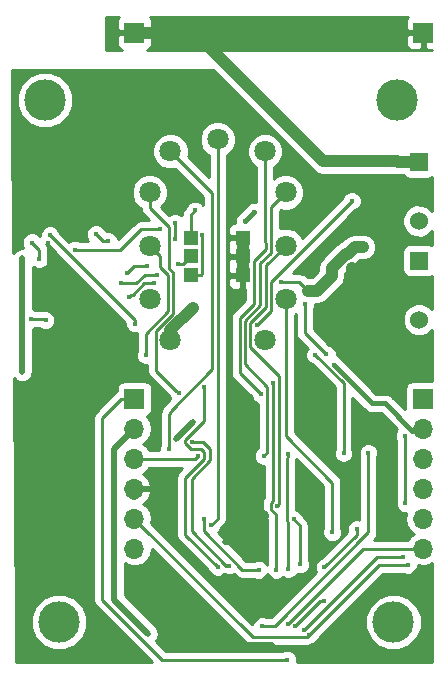
<source format=gtl>
%TF.GenerationSoftware,KiCad,Pcbnew,4.0.7*%
%TF.CreationDate,2017-11-15T23:48:28+08:00*%
%TF.ProjectId,Nixie-Tube-with-shiftR,4E697869652D547562652D776974682D,rev?*%
%TF.FileFunction,Copper,L1,Top,Signal*%
%FSLAX46Y46*%
G04 Gerber Fmt 4.6, Leading zero omitted, Abs format (unit mm)*
G04 Created by KiCad (PCBNEW 4.0.7) date 11/15/17 23:48:28*
%MOMM*%
%LPD*%
G01*
G04 APERTURE LIST*
%ADD10C,0.100000*%
%ADD11C,1.800000*%
%ADD12R,1.700000X1.700000*%
%ADD13O,1.700000X1.700000*%
%ADD14R,1.524000X1.524000*%
%ADD15C,1.524000*%
%ADD16R,1.200000X1.200000*%
%ADD17C,3.500000*%
%ADD18C,0.453000*%
%ADD19C,0.400000*%
%ADD20C,1.000000*%
%ADD21C,0.250000*%
%ADD22C,0.500000*%
%ADD23C,1.000000*%
%ADD24C,0.400000*%
%ADD25C,0.254000*%
G04 APERTURE END LIST*
D10*
D11*
X23893155Y-15535798D03*
X23893155Y-20035798D03*
X23893155Y-24535798D03*
X12393155Y-15535798D03*
X12393155Y-20035798D03*
X12393155Y-24535798D03*
X14143155Y-12035798D03*
X22143155Y-12035798D03*
X14143155Y-28035798D03*
X22143155Y-28035798D03*
X18143155Y-11035798D03*
D12*
X35500000Y-33000000D03*
D13*
X35500000Y-35540000D03*
X35500000Y-38080000D03*
X35500000Y-40620000D03*
X35500000Y-43160000D03*
X35500000Y-45700000D03*
D12*
X11100000Y-33000000D03*
D13*
X11100000Y-35540000D03*
X11100000Y-38080000D03*
X11100000Y-40620000D03*
X11100000Y-43160000D03*
X11100000Y-45700000D03*
D14*
X35150000Y-12950000D03*
D15*
X35150000Y-17950000D03*
D14*
X35200000Y-21300000D03*
D15*
X35200000Y-26300000D03*
D12*
X11100000Y-2000000D03*
X35550000Y-2000000D03*
D16*
X20250000Y-19350000D03*
X20250000Y-20950000D03*
X15850000Y-19350000D03*
X15850000Y-20950000D03*
X15850000Y-22550000D03*
X20250000Y-22550000D03*
D17*
X33030000Y-51900000D03*
X4700000Y-51900000D03*
X3500000Y-7700000D03*
X33300000Y-7700000D03*
D18*
X3785023Y-19814977D03*
X27135030Y-50135030D03*
X24725741Y-52234319D03*
X18610000Y-52930000D03*
X22780010Y-53868490D03*
X6160000Y-29300000D03*
X3090000Y-24380000D03*
D19*
X14620000Y-36420000D03*
X16059998Y-34950000D03*
X6925000Y-16700000D03*
X4625000Y-16600000D03*
X29525000Y-24975000D03*
X29500000Y-21650000D03*
X22000000Y-42950000D03*
X18750000Y-45100000D03*
D18*
X1600000Y-27656500D03*
X27350000Y-29250000D03*
X25500000Y-24950000D03*
X6073498Y-20393545D03*
X13300000Y-18650000D03*
X1590000Y-21123500D03*
X1600000Y-30740000D03*
D19*
X21254048Y-17159568D03*
X20425000Y-17988616D03*
X16223499Y-17060279D03*
X14775000Y-21575000D03*
X16850014Y-19175000D03*
X24100000Y-52050000D03*
X25916120Y-52977817D03*
X34240000Y-47050000D03*
X16470864Y-37822533D03*
D18*
X23500000Y-23100000D03*
D19*
X16083479Y-25274979D03*
D18*
X28840000Y-1975000D03*
X30110000Y-1975000D03*
X31380000Y-1975000D03*
X32650000Y-1975000D03*
X18680000Y-1975000D03*
X13600000Y-2000000D03*
X14870000Y-2000000D03*
X16200000Y-2000000D03*
D20*
X30450010Y-20149999D03*
D18*
X12728948Y-23230211D03*
X10600000Y-24400000D03*
X13000000Y-22500000D03*
X9946971Y-23223792D03*
D19*
X14550000Y-19475000D03*
D18*
X14550000Y-18150000D03*
D19*
X12125032Y-21800000D03*
D18*
X10498481Y-22360968D03*
X7850000Y-19080000D03*
X8850000Y-19680000D03*
D19*
X11150000Y-26635021D03*
X3950000Y-19150000D03*
X27850000Y-44300000D03*
X23150000Y-42100000D03*
X22050000Y-37850000D03*
X21800000Y-32600000D03*
X17599994Y-43700000D03*
X14044990Y-37294990D03*
X14850000Y-32550000D03*
X28800000Y-37600000D03*
X26400000Y-29300000D03*
X12050000Y-29300000D03*
X22843146Y-31690000D03*
X23101246Y-47470010D03*
D18*
X2425001Y-19771104D03*
X3050000Y-21150000D03*
D19*
X16950000Y-43200000D03*
X21610000Y-47470010D03*
X16001067Y-36643534D03*
X19140000Y-47120000D03*
X27180000Y-47280000D03*
X29920000Y-44050000D03*
X17000000Y-31980000D03*
X18140000Y-47230000D03*
X24567762Y-43216825D03*
X25130000Y-47030000D03*
X21911239Y-52258761D03*
X30910000Y-37590000D03*
X24075010Y-37650000D03*
X24139602Y-47415920D03*
X21455179Y-26774433D03*
X29500000Y-16250000D03*
X27971239Y-30128761D03*
X12280000Y-52890000D03*
X32350000Y-33400000D03*
X25450000Y-52600000D03*
D18*
X24026500Y-55100000D03*
D19*
X3570000Y-26360000D03*
X2361109Y-26230088D03*
X33799989Y-46430464D03*
X33970000Y-36120000D03*
X34040000Y-41860000D03*
D21*
X3090000Y-24380000D02*
X3785023Y-23684977D01*
X3785023Y-23684977D02*
X3785023Y-19814977D01*
X24725741Y-52234319D02*
X26825030Y-50135030D01*
X26825030Y-50135030D02*
X27135030Y-50135030D01*
X4625000Y-16600000D02*
X6825000Y-16600000D01*
X6825000Y-16600000D02*
X6925000Y-16700000D01*
D22*
X18610000Y-52930000D02*
X19548490Y-53868490D01*
X19548490Y-53868490D02*
X22780010Y-53868490D01*
D21*
X5510000Y-26800000D02*
X5510000Y-28650000D01*
X5510000Y-28650000D02*
X6160000Y-29300000D01*
X3090000Y-24380000D02*
X5510000Y-26800000D01*
D22*
X14620000Y-36389998D02*
X14620000Y-36420000D01*
X16059998Y-34950000D02*
X14620000Y-36389998D01*
D23*
X20250000Y-20950000D02*
X20250000Y-22550000D01*
X20250000Y-19350000D02*
X20250000Y-20950000D01*
X29525000Y-21957842D02*
X29525000Y-24975000D01*
D22*
X29500000Y-21650000D02*
X29500000Y-21932842D01*
D23*
X29500000Y-21932842D02*
X29525000Y-21957842D01*
X22000000Y-42950000D02*
X21380000Y-43570000D01*
X21380000Y-43570000D02*
X20825000Y-43570000D01*
X11100000Y-41075000D02*
X11100000Y-40630000D01*
D22*
X20095000Y-45100000D02*
X18750000Y-45100000D01*
D23*
X20825000Y-43570000D02*
X20825000Y-44370000D01*
X20825000Y-44370000D02*
X20095000Y-45100000D01*
D22*
X1600000Y-30740000D02*
X1600000Y-27656500D01*
X1600000Y-27656500D02*
X1600000Y-21133500D01*
D21*
X25500000Y-27400000D02*
X27350000Y-29250000D01*
X25500000Y-24950000D02*
X25500000Y-27400000D01*
X9906455Y-20393545D02*
X6073498Y-20393545D01*
X13300000Y-18650000D02*
X11650000Y-18650000D01*
X11650000Y-18650000D02*
X9906455Y-20393545D01*
D22*
X1600000Y-21133500D02*
X1590000Y-21123500D01*
D24*
X20425000Y-17988616D02*
X21254048Y-17159568D01*
D21*
X15850000Y-17433778D02*
X16223499Y-17060279D01*
X15850000Y-19350000D02*
X15850000Y-17433778D01*
X14775000Y-21575000D02*
X15225000Y-21575000D01*
X15225000Y-21575000D02*
X15850000Y-20950000D01*
X16850014Y-19457842D02*
X16850014Y-19175000D01*
X16850014Y-22399986D02*
X16850014Y-19457842D01*
X15850000Y-22550000D02*
X16700000Y-22550000D01*
X16700000Y-22550000D02*
X16850014Y-22399986D01*
X30450000Y-45700000D02*
X24100000Y-52050000D01*
X35500000Y-45700000D02*
X30450000Y-45700000D01*
X11100000Y-43160000D02*
X21117816Y-53177816D01*
X25716121Y-53177816D02*
X25916120Y-52977817D01*
X31843937Y-47050000D02*
X25916120Y-52977817D01*
X34240000Y-47050000D02*
X31843937Y-47050000D01*
X21117816Y-53177816D02*
X25716121Y-53177816D01*
X16213397Y-38080000D02*
X16470864Y-37822533D01*
X11100000Y-38080000D02*
X16213397Y-38080000D01*
X23500000Y-23100000D02*
X25045412Y-23100000D01*
X25045412Y-23100000D02*
X25800000Y-23854588D01*
D23*
X14143155Y-27215303D02*
X16083479Y-25274979D01*
X14143155Y-28035798D02*
X14143155Y-27215303D01*
X16200000Y-2000000D02*
X18655000Y-2000000D01*
X18655000Y-2000000D02*
X18680000Y-1975000D01*
X13600000Y-2000000D02*
X11100000Y-2000000D01*
X14870000Y-2000000D02*
X13600000Y-2000000D01*
X16200000Y-2000000D02*
X14870000Y-2000000D01*
X27100000Y-12900000D02*
X16200000Y-2000000D01*
X35150000Y-12950000D02*
X33388000Y-12950000D01*
X33388000Y-12950000D02*
X33338000Y-12900000D01*
X33338000Y-12900000D02*
X27100000Y-12900000D01*
X27786311Y-21949461D02*
X27786311Y-22639597D01*
X30450010Y-20149999D02*
X29742904Y-20149999D01*
X29002939Y-20732833D02*
X27786311Y-21949461D01*
X29742904Y-20149999D02*
X29160070Y-20732833D01*
X27786311Y-22639597D02*
X26571320Y-23854588D01*
X29160070Y-20732833D02*
X29002939Y-20732833D01*
X26571320Y-23854588D02*
X25800000Y-23854588D01*
D21*
X10942450Y-24173501D02*
X11885740Y-23230211D01*
X10826499Y-24173501D02*
X10942450Y-24173501D01*
X11885740Y-23230211D02*
X12728948Y-23230211D01*
X10600000Y-24400000D02*
X10826499Y-24173501D01*
X11979540Y-22500000D02*
X13000000Y-22500000D01*
X9946971Y-23223792D02*
X11255748Y-23223792D01*
X11255748Y-23223792D02*
X11979540Y-22500000D01*
X14550000Y-18150000D02*
X14550000Y-19475000D01*
X11059449Y-21800000D02*
X12125032Y-21800000D01*
X10498481Y-22360968D02*
X11059449Y-21800000D01*
X8850000Y-19680000D02*
X8450000Y-19680000D01*
X8450000Y-19680000D02*
X7850000Y-19080000D01*
X11150000Y-26350000D02*
X11150000Y-26635021D01*
X3950000Y-19150000D02*
X11150000Y-26350000D01*
X23893155Y-36143155D02*
X27850000Y-40100000D01*
X27850000Y-40100000D02*
X27850000Y-44300000D01*
X23893155Y-24535798D02*
X23893155Y-36143155D01*
X23893155Y-20035798D02*
X22218143Y-21710810D01*
X23368156Y-31073801D02*
X23368156Y-41881844D01*
X20918154Y-26566472D02*
X20918154Y-28623799D01*
X20918154Y-28623799D02*
X23368156Y-31073801D01*
X23368156Y-41881844D02*
X23150000Y-42100000D01*
X22218143Y-21710810D02*
X22218143Y-25266483D01*
X22218143Y-25266483D02*
X20918154Y-26566472D01*
X22349989Y-37550011D02*
X22050000Y-37850000D01*
X20468143Y-26380072D02*
X20468143Y-30092001D01*
X20468143Y-30092001D02*
X22349989Y-31973847D01*
X21768132Y-25080083D02*
X20468143Y-26380072D01*
X23893155Y-15535798D02*
X22668154Y-16760799D01*
X21768132Y-21524410D02*
X21768132Y-25080083D01*
X22349989Y-31973847D02*
X22349989Y-37550011D01*
X22668154Y-20624388D02*
X21768132Y-21524410D01*
X22668154Y-16760799D02*
X22668154Y-20624388D01*
X20018132Y-30818132D02*
X21800000Y-32600000D01*
X20018132Y-26193672D02*
X20018132Y-30818132D01*
X21237810Y-24973994D02*
X20018132Y-26193672D01*
X21237810Y-21339192D02*
X21237810Y-24973994D01*
X22218143Y-20358859D02*
X21237810Y-21339192D01*
X22218143Y-19791141D02*
X22218143Y-20358859D01*
X22143155Y-12035798D02*
X22143155Y-19716153D01*
X22143155Y-19716153D02*
X22218143Y-19791141D01*
X18143155Y-43156839D02*
X17599994Y-43700000D01*
X18143155Y-11035798D02*
X18143155Y-43156839D01*
X14143155Y-12035798D02*
X17693145Y-15585788D01*
X17693145Y-15585788D02*
X17693145Y-30509853D01*
X17693145Y-30509853D02*
X14175002Y-34027996D01*
X14175002Y-34027996D02*
X14175002Y-34152002D01*
X14175002Y-34152002D02*
X14044990Y-34282014D01*
X14044990Y-34282014D02*
X14044990Y-37294990D01*
X14024999Y-18491221D02*
X14024999Y-21938588D01*
X14400011Y-25791707D02*
X12918154Y-27273564D01*
X14650001Y-32350001D02*
X14850000Y-32550000D01*
X12918154Y-30618154D02*
X14650001Y-32350001D01*
X12918154Y-27273564D02*
X12918154Y-30618154D01*
X12393155Y-15535798D02*
X12393155Y-16859377D01*
X12393155Y-16859377D02*
X14024999Y-18491221D01*
X14400011Y-22313600D02*
X14400011Y-25791707D01*
X14024999Y-21938588D02*
X14400011Y-22313600D01*
X12050000Y-27505308D02*
X12050000Y-29300000D01*
X13293154Y-20935797D02*
X13293154Y-21843154D01*
X13950000Y-25605308D02*
X12050000Y-27505308D01*
X13950000Y-22500000D02*
X13950000Y-25605308D01*
X13293154Y-21843154D02*
X13950000Y-22500000D01*
X12393155Y-20035798D02*
X13293154Y-20935797D01*
X26400000Y-29300000D02*
X28800000Y-31700000D01*
X28800000Y-31700000D02*
X28800000Y-37600000D01*
X22624998Y-41847998D02*
X22843146Y-41629850D01*
X23101246Y-47470010D02*
X23101246Y-42828250D01*
X22624998Y-42352002D02*
X22624998Y-41847998D01*
X22843146Y-41629850D02*
X22843146Y-31690000D01*
X23101246Y-42828250D02*
X22624998Y-42352002D01*
X3050000Y-21150000D02*
X3050000Y-20396103D01*
X3050000Y-20396103D02*
X2425001Y-19771104D01*
X16950000Y-44177002D02*
X16950000Y-43200000D01*
X20243008Y-47470010D02*
X16950000Y-44177002D01*
X21610000Y-47470010D02*
X20243008Y-47470010D01*
X17535013Y-38176310D02*
X17535013Y-37287027D01*
X16891520Y-36643534D02*
X16001067Y-36643534D01*
X17535013Y-37287027D02*
X16891520Y-36643534D01*
X19140000Y-47120000D02*
X18857158Y-47120000D01*
X18857158Y-47120000D02*
X15930000Y-44192842D01*
X15930000Y-39781323D02*
X17535013Y-38176310D01*
X15930000Y-44192842D02*
X15930000Y-39781323D01*
X29920000Y-44050000D02*
X29920000Y-44540000D01*
X29920000Y-44540000D02*
X27180000Y-47280000D01*
X16996925Y-38077987D02*
X16996925Y-37540572D01*
X15864610Y-37249555D02*
X15395055Y-36780000D01*
X18140000Y-47230000D02*
X15404998Y-44494998D01*
X15404998Y-44494998D02*
X15404998Y-39669914D01*
X15404998Y-39669914D02*
X16996925Y-38077987D01*
X16996925Y-37540572D02*
X16705908Y-37249555D01*
X16705908Y-37249555D02*
X15864610Y-37249555D01*
X15395055Y-36780000D02*
X15395055Y-36479153D01*
X15395055Y-36479153D02*
X17000000Y-34874208D01*
X17000000Y-34874208D02*
X17000000Y-31980000D01*
X25130000Y-43779063D02*
X24567762Y-43216825D01*
X25130000Y-47030000D02*
X25130000Y-43779063D01*
X22974081Y-52258761D02*
X21911239Y-52258761D01*
X30910000Y-37590000D02*
X30910000Y-44322842D01*
X30910000Y-44322842D02*
X22974081Y-52258761D01*
X24139602Y-47415920D02*
X24139602Y-47133078D01*
X24075002Y-47068478D02*
X24075002Y-43397998D01*
X24075002Y-43397998D02*
X24025002Y-43347998D01*
X24139602Y-47133078D02*
X24075002Y-47068478D01*
X24025002Y-43347998D02*
X24025002Y-37982850D01*
X24025002Y-37982850D02*
X24075010Y-37932842D01*
X24075010Y-37932842D02*
X24075010Y-37650000D01*
X22668154Y-25561458D02*
X21455179Y-26774433D01*
X29500000Y-16250000D02*
X22668154Y-23081846D01*
X22668154Y-23081846D02*
X22668154Y-25561458D01*
D24*
X31242478Y-33400000D02*
X27971239Y-30128761D01*
X32350000Y-33400000D02*
X31242478Y-33400000D01*
D22*
X12280000Y-52890000D02*
X9400000Y-50010000D01*
X9400000Y-50010000D02*
X9400000Y-37240000D01*
X9400000Y-37240000D02*
X11100000Y-35540000D01*
D24*
X34640000Y-35690000D02*
X35550000Y-35690000D01*
X32350000Y-33400000D02*
X34640000Y-35690000D01*
D21*
X31619536Y-46430464D02*
X25450000Y-52600000D01*
X33799989Y-46430464D02*
X31619536Y-46430464D01*
X8360000Y-50030000D02*
X13430000Y-55100000D01*
X13430000Y-55100000D02*
X24026500Y-55100000D01*
X8360000Y-34640000D02*
X8360000Y-50030000D01*
X11100000Y-33000000D02*
X10000000Y-33000000D01*
X10000000Y-33000000D02*
X8360000Y-34640000D01*
X3440088Y-26230088D02*
X3570000Y-26360000D01*
X2361109Y-26230088D02*
X3440088Y-26230088D01*
X34040000Y-41860000D02*
X34040000Y-36190000D01*
X34040000Y-36190000D02*
X33970000Y-36120000D01*
D25*
G36*
X3658127Y-19932929D02*
X10315039Y-26589841D01*
X10314855Y-26800384D01*
X10441708Y-27107393D01*
X10676393Y-27342487D01*
X10983179Y-27469876D01*
X11296993Y-27470150D01*
X11290000Y-27505308D01*
X11290000Y-28952909D01*
X11215145Y-29133179D01*
X11214855Y-29465363D01*
X11341708Y-29772372D01*
X11576393Y-30007466D01*
X11883179Y-30134855D01*
X12158154Y-30135095D01*
X12158154Y-30618154D01*
X12216006Y-30908993D01*
X12380753Y-31155555D01*
X14067168Y-32841970D01*
X14131216Y-32996980D01*
X13637601Y-33490595D01*
X13472854Y-33737157D01*
X13456019Y-33821794D01*
X13342842Y-33991175D01*
X13284990Y-34282014D01*
X13284990Y-36947899D01*
X13210135Y-37128169D01*
X13209968Y-37320000D01*
X12372954Y-37320000D01*
X12179147Y-37029946D01*
X11849974Y-36810000D01*
X12179147Y-36590054D01*
X12501054Y-36108285D01*
X12614093Y-35540000D01*
X12501054Y-34971715D01*
X12179147Y-34489946D01*
X12137548Y-34462150D01*
X12185317Y-34453162D01*
X12401441Y-34314090D01*
X12546431Y-34101890D01*
X12597440Y-33850000D01*
X12597440Y-32150000D01*
X12553162Y-31914683D01*
X12414090Y-31698559D01*
X12201890Y-31553569D01*
X11950000Y-31502560D01*
X10250000Y-31502560D01*
X10014683Y-31546838D01*
X9798559Y-31685910D01*
X9653569Y-31898110D01*
X9602560Y-32150000D01*
X9602560Y-32369080D01*
X9462599Y-32462599D01*
X7822599Y-34102599D01*
X7657852Y-34349161D01*
X7600000Y-34640000D01*
X7600000Y-50030000D01*
X7657852Y-50320839D01*
X7822599Y-50567401D01*
X12568198Y-55313000D01*
X1056198Y-55313000D01*
X1037590Y-52372325D01*
X2314587Y-52372325D01*
X2676916Y-53249229D01*
X3347242Y-53920726D01*
X4223513Y-54284585D01*
X5172325Y-54285413D01*
X6049229Y-53923084D01*
X6720726Y-53252758D01*
X7084585Y-52376487D01*
X7085413Y-51427675D01*
X6723084Y-50550771D01*
X6052758Y-49879274D01*
X5176487Y-49515415D01*
X4227675Y-49514587D01*
X3350771Y-49876916D01*
X2679274Y-50547242D01*
X2315415Y-51423513D01*
X2314587Y-52372325D01*
X1037590Y-52372325D01*
X904008Y-31262202D01*
X906993Y-31265192D01*
X974210Y-31365790D01*
X1073929Y-31432420D01*
X1111362Y-31469918D01*
X1160728Y-31490417D01*
X1261325Y-31557633D01*
X1378949Y-31581030D01*
X1427885Y-31601350D01*
X1481338Y-31601397D01*
X1600000Y-31625000D01*
X1717625Y-31601603D01*
X1770611Y-31601649D01*
X1820013Y-31581236D01*
X1938675Y-31557633D01*
X2038393Y-31491004D01*
X2087363Y-31470770D01*
X2125192Y-31433007D01*
X2225790Y-31365790D01*
X2292420Y-31266071D01*
X2329918Y-31228638D01*
X2350417Y-31179272D01*
X2417633Y-31078675D01*
X2441030Y-30961051D01*
X2461350Y-30912115D01*
X2461397Y-30858662D01*
X2485000Y-30740000D01*
X2485000Y-27065197D01*
X2526472Y-27065233D01*
X2708338Y-26990088D01*
X3019150Y-26990088D01*
X3096393Y-27067466D01*
X3403179Y-27194855D01*
X3735363Y-27195145D01*
X4042372Y-27068292D01*
X4277466Y-26833607D01*
X4404855Y-26526821D01*
X4405145Y-26194637D01*
X4278292Y-25887628D01*
X4043607Y-25652534D01*
X3736821Y-25525145D01*
X3716788Y-25525128D01*
X3440088Y-25470088D01*
X2708200Y-25470088D01*
X2527930Y-25395233D01*
X2485000Y-25395196D01*
X2485000Y-21803423D01*
X2561362Y-21879918D01*
X2877885Y-22011350D01*
X3220611Y-22011649D01*
X3537363Y-21880770D01*
X3779918Y-21638638D01*
X3911350Y-21322115D01*
X3911649Y-20979389D01*
X3810000Y-20733379D01*
X3810000Y-20396103D01*
X3752148Y-20105264D01*
X3628884Y-19920786D01*
X3658127Y-19932929D01*
X3658127Y-19932929D01*
G37*
X3658127Y-19932929D02*
X10315039Y-26589841D01*
X10314855Y-26800384D01*
X10441708Y-27107393D01*
X10676393Y-27342487D01*
X10983179Y-27469876D01*
X11296993Y-27470150D01*
X11290000Y-27505308D01*
X11290000Y-28952909D01*
X11215145Y-29133179D01*
X11214855Y-29465363D01*
X11341708Y-29772372D01*
X11576393Y-30007466D01*
X11883179Y-30134855D01*
X12158154Y-30135095D01*
X12158154Y-30618154D01*
X12216006Y-30908993D01*
X12380753Y-31155555D01*
X14067168Y-32841970D01*
X14131216Y-32996980D01*
X13637601Y-33490595D01*
X13472854Y-33737157D01*
X13456019Y-33821794D01*
X13342842Y-33991175D01*
X13284990Y-34282014D01*
X13284990Y-36947899D01*
X13210135Y-37128169D01*
X13209968Y-37320000D01*
X12372954Y-37320000D01*
X12179147Y-37029946D01*
X11849974Y-36810000D01*
X12179147Y-36590054D01*
X12501054Y-36108285D01*
X12614093Y-35540000D01*
X12501054Y-34971715D01*
X12179147Y-34489946D01*
X12137548Y-34462150D01*
X12185317Y-34453162D01*
X12401441Y-34314090D01*
X12546431Y-34101890D01*
X12597440Y-33850000D01*
X12597440Y-32150000D01*
X12553162Y-31914683D01*
X12414090Y-31698559D01*
X12201890Y-31553569D01*
X11950000Y-31502560D01*
X10250000Y-31502560D01*
X10014683Y-31546838D01*
X9798559Y-31685910D01*
X9653569Y-31898110D01*
X9602560Y-32150000D01*
X9602560Y-32369080D01*
X9462599Y-32462599D01*
X7822599Y-34102599D01*
X7657852Y-34349161D01*
X7600000Y-34640000D01*
X7600000Y-50030000D01*
X7657852Y-50320839D01*
X7822599Y-50567401D01*
X12568198Y-55313000D01*
X1056198Y-55313000D01*
X1037590Y-52372325D01*
X2314587Y-52372325D01*
X2676916Y-53249229D01*
X3347242Y-53920726D01*
X4223513Y-54284585D01*
X5172325Y-54285413D01*
X6049229Y-53923084D01*
X6720726Y-53252758D01*
X7084585Y-52376487D01*
X7085413Y-51427675D01*
X6723084Y-50550771D01*
X6052758Y-49879274D01*
X5176487Y-49515415D01*
X4227675Y-49514587D01*
X3350771Y-49876916D01*
X2679274Y-50547242D01*
X2315415Y-51423513D01*
X2314587Y-52372325D01*
X1037590Y-52372325D01*
X904008Y-31262202D01*
X906993Y-31265192D01*
X974210Y-31365790D01*
X1073929Y-31432420D01*
X1111362Y-31469918D01*
X1160728Y-31490417D01*
X1261325Y-31557633D01*
X1378949Y-31581030D01*
X1427885Y-31601350D01*
X1481338Y-31601397D01*
X1600000Y-31625000D01*
X1717625Y-31601603D01*
X1770611Y-31601649D01*
X1820013Y-31581236D01*
X1938675Y-31557633D01*
X2038393Y-31491004D01*
X2087363Y-31470770D01*
X2125192Y-31433007D01*
X2225790Y-31365790D01*
X2292420Y-31266071D01*
X2329918Y-31228638D01*
X2350417Y-31179272D01*
X2417633Y-31078675D01*
X2441030Y-30961051D01*
X2461350Y-30912115D01*
X2461397Y-30858662D01*
X2485000Y-30740000D01*
X2485000Y-27065197D01*
X2526472Y-27065233D01*
X2708338Y-26990088D01*
X3019150Y-26990088D01*
X3096393Y-27067466D01*
X3403179Y-27194855D01*
X3735363Y-27195145D01*
X4042372Y-27068292D01*
X4277466Y-26833607D01*
X4404855Y-26526821D01*
X4405145Y-26194637D01*
X4278292Y-25887628D01*
X4043607Y-25652534D01*
X3736821Y-25525145D01*
X3716788Y-25525128D01*
X3440088Y-25470088D01*
X2708200Y-25470088D01*
X2527930Y-25395233D01*
X2485000Y-25395196D01*
X2485000Y-21803423D01*
X2561362Y-21879918D01*
X2877885Y-22011350D01*
X3220611Y-22011649D01*
X3537363Y-21880770D01*
X3779918Y-21638638D01*
X3911350Y-21322115D01*
X3911649Y-20979389D01*
X3810000Y-20733379D01*
X3810000Y-20396103D01*
X3752148Y-20105264D01*
X3628884Y-19920786D01*
X3658127Y-19932929D01*
G36*
X20580415Y-53715217D02*
X20826976Y-53879964D01*
X21117816Y-53937816D01*
X25716121Y-53937816D01*
X26006960Y-53879964D01*
X26148967Y-53785078D01*
X26388492Y-53686109D01*
X26623586Y-53451424D01*
X26699049Y-53269690D01*
X27596414Y-52372325D01*
X30644587Y-52372325D01*
X31006916Y-53249229D01*
X31677242Y-53920726D01*
X32553513Y-54284585D01*
X33502325Y-54285413D01*
X34379229Y-53923084D01*
X35050726Y-53252758D01*
X35414585Y-52376487D01*
X35415413Y-51427675D01*
X35053084Y-50550771D01*
X34382758Y-49879274D01*
X33506487Y-49515415D01*
X32557675Y-49514587D01*
X31680771Y-49876916D01*
X31009274Y-50547242D01*
X30645415Y-51423513D01*
X30644587Y-52372325D01*
X27596414Y-52372325D01*
X32158739Y-47810000D01*
X33892909Y-47810000D01*
X34073179Y-47884855D01*
X34405363Y-47885145D01*
X34712372Y-47758292D01*
X34947466Y-47523607D01*
X35074855Y-47216821D01*
X35074952Y-47106240D01*
X35470907Y-47185000D01*
X35529093Y-47185000D01*
X36097378Y-47071961D01*
X36290000Y-46943255D01*
X36290000Y-55313000D01*
X24870873Y-55313000D01*
X24887850Y-55272115D01*
X24888149Y-54929389D01*
X24757270Y-54612637D01*
X24515138Y-54370082D01*
X24198615Y-54238650D01*
X23855889Y-54238351D01*
X23609879Y-54340000D01*
X13744802Y-54340000D01*
X12911718Y-53506916D01*
X13097633Y-53228674D01*
X13165001Y-52890000D01*
X13097633Y-52551326D01*
X12905789Y-52264210D01*
X10285000Y-49643420D01*
X10285000Y-46926551D01*
X10502622Y-47071961D01*
X11070907Y-47185000D01*
X11129093Y-47185000D01*
X11697378Y-47071961D01*
X12179147Y-46750054D01*
X12501054Y-46268285D01*
X12605981Y-45740783D01*
X20580415Y-53715217D01*
X20580415Y-53715217D01*
G37*
X20580415Y-53715217D02*
X20826976Y-53879964D01*
X21117816Y-53937816D01*
X25716121Y-53937816D01*
X26006960Y-53879964D01*
X26148967Y-53785078D01*
X26388492Y-53686109D01*
X26623586Y-53451424D01*
X26699049Y-53269690D01*
X27596414Y-52372325D01*
X30644587Y-52372325D01*
X31006916Y-53249229D01*
X31677242Y-53920726D01*
X32553513Y-54284585D01*
X33502325Y-54285413D01*
X34379229Y-53923084D01*
X35050726Y-53252758D01*
X35414585Y-52376487D01*
X35415413Y-51427675D01*
X35053084Y-50550771D01*
X34382758Y-49879274D01*
X33506487Y-49515415D01*
X32557675Y-49514587D01*
X31680771Y-49876916D01*
X31009274Y-50547242D01*
X30645415Y-51423513D01*
X30644587Y-52372325D01*
X27596414Y-52372325D01*
X32158739Y-47810000D01*
X33892909Y-47810000D01*
X34073179Y-47884855D01*
X34405363Y-47885145D01*
X34712372Y-47758292D01*
X34947466Y-47523607D01*
X35074855Y-47216821D01*
X35074952Y-47106240D01*
X35470907Y-47185000D01*
X35529093Y-47185000D01*
X36097378Y-47071961D01*
X36290000Y-46943255D01*
X36290000Y-55313000D01*
X24870873Y-55313000D01*
X24887850Y-55272115D01*
X24888149Y-54929389D01*
X24757270Y-54612637D01*
X24515138Y-54370082D01*
X24198615Y-54238650D01*
X23855889Y-54238351D01*
X23609879Y-54340000D01*
X13744802Y-54340000D01*
X12911718Y-53506916D01*
X13097633Y-53228674D01*
X13165001Y-52890000D01*
X13097633Y-52551326D01*
X12905789Y-52264210D01*
X10285000Y-49643420D01*
X10285000Y-46926551D01*
X10502622Y-47071961D01*
X11070907Y-47185000D01*
X11129093Y-47185000D01*
X11697378Y-47071961D01*
X12179147Y-46750054D01*
X12501054Y-46268285D01*
X12605981Y-45740783D01*
X20580415Y-53715217D01*
G36*
X24740000Y-27400000D02*
X24797852Y-27690839D01*
X24962599Y-27937401D01*
X25772132Y-28746934D01*
X25692534Y-28826393D01*
X25565145Y-29133179D01*
X25564855Y-29465363D01*
X25691708Y-29772372D01*
X25926393Y-30007466D01*
X26108127Y-30082929D01*
X28040000Y-32014802D01*
X28040000Y-37252909D01*
X27965145Y-37433179D01*
X27964855Y-37765363D01*
X28091708Y-38072372D01*
X28326393Y-38307466D01*
X28633179Y-38434855D01*
X28965363Y-38435145D01*
X29272372Y-38308292D01*
X29507466Y-38073607D01*
X29634855Y-37766821D01*
X29635145Y-37434637D01*
X29560000Y-37252771D01*
X29560000Y-32898390D01*
X30652044Y-33990434D01*
X30922938Y-34171440D01*
X31242478Y-34235000D01*
X32004132Y-34235000D01*
X33339096Y-35569964D01*
X33262534Y-35646393D01*
X33135145Y-35953179D01*
X33134855Y-36285363D01*
X33261708Y-36592372D01*
X33280000Y-36610696D01*
X33280000Y-41512909D01*
X33205145Y-41693179D01*
X33204855Y-42025363D01*
X33331708Y-42332372D01*
X33566393Y-42567466D01*
X33873179Y-42694855D01*
X34078395Y-42695034D01*
X33985907Y-43160000D01*
X34098946Y-43728285D01*
X34420853Y-44210054D01*
X34750026Y-44430000D01*
X34420853Y-44649946D01*
X34227046Y-44940000D01*
X31367644Y-44940000D01*
X31447401Y-44860243D01*
X31612148Y-44613682D01*
X31670000Y-44322842D01*
X31670000Y-37937091D01*
X31744855Y-37756821D01*
X31745145Y-37424637D01*
X31618292Y-37117628D01*
X31383607Y-36882534D01*
X31076821Y-36755145D01*
X30744637Y-36754855D01*
X30437628Y-36881708D01*
X30202534Y-37116393D01*
X30075145Y-37423179D01*
X30074855Y-37755363D01*
X30150000Y-37937229D01*
X30150000Y-43241379D01*
X30086821Y-43215145D01*
X29754637Y-43214855D01*
X29447628Y-43341708D01*
X29212534Y-43576393D01*
X29085145Y-43883179D01*
X29084855Y-44215363D01*
X29109702Y-44275496D01*
X26888030Y-46497168D01*
X26707628Y-46571708D01*
X26472534Y-46806393D01*
X26345145Y-47113179D01*
X26344855Y-47445363D01*
X26452399Y-47705641D01*
X22659279Y-51498761D01*
X22258330Y-51498761D01*
X22078060Y-51423906D01*
X21745876Y-51423616D01*
X21438867Y-51550469D01*
X21203773Y-51785154D01*
X21085291Y-52070489D01*
X12541210Y-43526408D01*
X12614093Y-43160000D01*
X12501054Y-42591715D01*
X12179147Y-42109946D01*
X11838447Y-41882298D01*
X11981358Y-41815183D01*
X12371645Y-41386924D01*
X12541476Y-40976890D01*
X12420155Y-40747000D01*
X11227000Y-40747000D01*
X11227000Y-40767000D01*
X10973000Y-40767000D01*
X10973000Y-40747000D01*
X10953000Y-40747000D01*
X10953000Y-40493000D01*
X10973000Y-40493000D01*
X10973000Y-40473000D01*
X11227000Y-40473000D01*
X11227000Y-40493000D01*
X12420155Y-40493000D01*
X12541476Y-40263110D01*
X12371645Y-39853076D01*
X11981358Y-39424817D01*
X11838447Y-39357702D01*
X12179147Y-39130054D01*
X12372954Y-38840000D01*
X15160110Y-38840000D01*
X14867597Y-39132513D01*
X14702850Y-39379075D01*
X14644998Y-39669914D01*
X14644998Y-44494998D01*
X14702850Y-44785837D01*
X14867597Y-45032399D01*
X17357168Y-47521970D01*
X17431708Y-47702372D01*
X17666393Y-47937466D01*
X17973179Y-48064855D01*
X18305363Y-48065145D01*
X18612372Y-47938292D01*
X18701735Y-47849084D01*
X18733830Y-47855468D01*
X18973179Y-47954855D01*
X19305363Y-47955145D01*
X19551599Y-47853403D01*
X19705607Y-48007411D01*
X19952169Y-48172158D01*
X20243008Y-48230010D01*
X21262909Y-48230010D01*
X21443179Y-48304865D01*
X21775363Y-48305155D01*
X22082372Y-48178302D01*
X22317466Y-47943617D01*
X22355559Y-47851879D01*
X22392954Y-47942382D01*
X22627639Y-48177476D01*
X22934425Y-48304865D01*
X23266609Y-48305155D01*
X23573618Y-48178302D01*
X23647345Y-48104703D01*
X23665995Y-48123386D01*
X23972781Y-48250775D01*
X24304965Y-48251065D01*
X24611974Y-48124212D01*
X24847068Y-47889527D01*
X24872882Y-47827360D01*
X24963179Y-47864855D01*
X25295363Y-47865145D01*
X25602372Y-47738292D01*
X25837466Y-47503607D01*
X25964855Y-47196821D01*
X25965145Y-46864637D01*
X25890000Y-46682771D01*
X25890000Y-43779063D01*
X25832148Y-43488224D01*
X25667401Y-43241662D01*
X25350594Y-42924855D01*
X25276054Y-42744453D01*
X25041369Y-42509359D01*
X24785002Y-42402906D01*
X24785002Y-38184247D01*
X24797353Y-38122155D01*
X27090000Y-40414802D01*
X27090000Y-43952909D01*
X27015145Y-44133179D01*
X27014855Y-44465363D01*
X27141708Y-44772372D01*
X27376393Y-45007466D01*
X27683179Y-45134855D01*
X28015363Y-45135145D01*
X28322372Y-45008292D01*
X28557466Y-44773607D01*
X28684855Y-44466821D01*
X28685145Y-44134637D01*
X28610000Y-43952771D01*
X28610000Y-40100000D01*
X28552148Y-39809161D01*
X28387401Y-39562599D01*
X24653155Y-35828353D01*
X24653155Y-25882644D01*
X24740000Y-25846760D01*
X24740000Y-27400000D01*
X24740000Y-27400000D01*
G37*
X24740000Y-27400000D02*
X24797852Y-27690839D01*
X24962599Y-27937401D01*
X25772132Y-28746934D01*
X25692534Y-28826393D01*
X25565145Y-29133179D01*
X25564855Y-29465363D01*
X25691708Y-29772372D01*
X25926393Y-30007466D01*
X26108127Y-30082929D01*
X28040000Y-32014802D01*
X28040000Y-37252909D01*
X27965145Y-37433179D01*
X27964855Y-37765363D01*
X28091708Y-38072372D01*
X28326393Y-38307466D01*
X28633179Y-38434855D01*
X28965363Y-38435145D01*
X29272372Y-38308292D01*
X29507466Y-38073607D01*
X29634855Y-37766821D01*
X29635145Y-37434637D01*
X29560000Y-37252771D01*
X29560000Y-32898390D01*
X30652044Y-33990434D01*
X30922938Y-34171440D01*
X31242478Y-34235000D01*
X32004132Y-34235000D01*
X33339096Y-35569964D01*
X33262534Y-35646393D01*
X33135145Y-35953179D01*
X33134855Y-36285363D01*
X33261708Y-36592372D01*
X33280000Y-36610696D01*
X33280000Y-41512909D01*
X33205145Y-41693179D01*
X33204855Y-42025363D01*
X33331708Y-42332372D01*
X33566393Y-42567466D01*
X33873179Y-42694855D01*
X34078395Y-42695034D01*
X33985907Y-43160000D01*
X34098946Y-43728285D01*
X34420853Y-44210054D01*
X34750026Y-44430000D01*
X34420853Y-44649946D01*
X34227046Y-44940000D01*
X31367644Y-44940000D01*
X31447401Y-44860243D01*
X31612148Y-44613682D01*
X31670000Y-44322842D01*
X31670000Y-37937091D01*
X31744855Y-37756821D01*
X31745145Y-37424637D01*
X31618292Y-37117628D01*
X31383607Y-36882534D01*
X31076821Y-36755145D01*
X30744637Y-36754855D01*
X30437628Y-36881708D01*
X30202534Y-37116393D01*
X30075145Y-37423179D01*
X30074855Y-37755363D01*
X30150000Y-37937229D01*
X30150000Y-43241379D01*
X30086821Y-43215145D01*
X29754637Y-43214855D01*
X29447628Y-43341708D01*
X29212534Y-43576393D01*
X29085145Y-43883179D01*
X29084855Y-44215363D01*
X29109702Y-44275496D01*
X26888030Y-46497168D01*
X26707628Y-46571708D01*
X26472534Y-46806393D01*
X26345145Y-47113179D01*
X26344855Y-47445363D01*
X26452399Y-47705641D01*
X22659279Y-51498761D01*
X22258330Y-51498761D01*
X22078060Y-51423906D01*
X21745876Y-51423616D01*
X21438867Y-51550469D01*
X21203773Y-51785154D01*
X21085291Y-52070489D01*
X12541210Y-43526408D01*
X12614093Y-43160000D01*
X12501054Y-42591715D01*
X12179147Y-42109946D01*
X11838447Y-41882298D01*
X11981358Y-41815183D01*
X12371645Y-41386924D01*
X12541476Y-40976890D01*
X12420155Y-40747000D01*
X11227000Y-40747000D01*
X11227000Y-40767000D01*
X10973000Y-40767000D01*
X10973000Y-40747000D01*
X10953000Y-40747000D01*
X10953000Y-40493000D01*
X10973000Y-40493000D01*
X10973000Y-40473000D01*
X11227000Y-40473000D01*
X11227000Y-40493000D01*
X12420155Y-40493000D01*
X12541476Y-40263110D01*
X12371645Y-39853076D01*
X11981358Y-39424817D01*
X11838447Y-39357702D01*
X12179147Y-39130054D01*
X12372954Y-38840000D01*
X15160110Y-38840000D01*
X14867597Y-39132513D01*
X14702850Y-39379075D01*
X14644998Y-39669914D01*
X14644998Y-44494998D01*
X14702850Y-44785837D01*
X14867597Y-45032399D01*
X17357168Y-47521970D01*
X17431708Y-47702372D01*
X17666393Y-47937466D01*
X17973179Y-48064855D01*
X18305363Y-48065145D01*
X18612372Y-47938292D01*
X18701735Y-47849084D01*
X18733830Y-47855468D01*
X18973179Y-47954855D01*
X19305363Y-47955145D01*
X19551599Y-47853403D01*
X19705607Y-48007411D01*
X19952169Y-48172158D01*
X20243008Y-48230010D01*
X21262909Y-48230010D01*
X21443179Y-48304865D01*
X21775363Y-48305155D01*
X22082372Y-48178302D01*
X22317466Y-47943617D01*
X22355559Y-47851879D01*
X22392954Y-47942382D01*
X22627639Y-48177476D01*
X22934425Y-48304865D01*
X23266609Y-48305155D01*
X23573618Y-48178302D01*
X23647345Y-48104703D01*
X23665995Y-48123386D01*
X23972781Y-48250775D01*
X24304965Y-48251065D01*
X24611974Y-48124212D01*
X24847068Y-47889527D01*
X24872882Y-47827360D01*
X24963179Y-47864855D01*
X25295363Y-47865145D01*
X25602372Y-47738292D01*
X25837466Y-47503607D01*
X25964855Y-47196821D01*
X25965145Y-46864637D01*
X25890000Y-46682771D01*
X25890000Y-43779063D01*
X25832148Y-43488224D01*
X25667401Y-43241662D01*
X25350594Y-42924855D01*
X25276054Y-42744453D01*
X25041369Y-42509359D01*
X24785002Y-42402906D01*
X24785002Y-38184247D01*
X24797353Y-38122155D01*
X27090000Y-40414802D01*
X27090000Y-43952909D01*
X27015145Y-44133179D01*
X27014855Y-44465363D01*
X27141708Y-44772372D01*
X27376393Y-45007466D01*
X27683179Y-45134855D01*
X28015363Y-45135145D01*
X28322372Y-45008292D01*
X28557466Y-44773607D01*
X28684855Y-44466821D01*
X28685145Y-44134637D01*
X28610000Y-43952771D01*
X28610000Y-40100000D01*
X28552148Y-39809161D01*
X28387401Y-39562599D01*
X24653155Y-35828353D01*
X24653155Y-25882644D01*
X24740000Y-25846760D01*
X24740000Y-27400000D01*
G36*
X26297434Y-13702566D02*
X26665654Y-13948603D01*
X27100000Y-14035000D01*
X33136631Y-14035000D01*
X33388000Y-14085000D01*
X33873435Y-14085000D01*
X33923910Y-14163441D01*
X34136110Y-14308431D01*
X34388000Y-14359440D01*
X35912000Y-14359440D01*
X36147317Y-14315162D01*
X36290000Y-14223348D01*
X36290000Y-17114608D01*
X35942370Y-16766371D01*
X35429100Y-16553243D01*
X34873339Y-16552758D01*
X34359697Y-16764990D01*
X33966371Y-17157630D01*
X33753243Y-17670900D01*
X33752758Y-18226661D01*
X33964990Y-18740303D01*
X34357630Y-19133629D01*
X34870900Y-19346757D01*
X35426661Y-19347242D01*
X35940303Y-19135010D01*
X36290000Y-18785923D01*
X36290000Y-19993573D01*
X36213890Y-19941569D01*
X35962000Y-19890560D01*
X34438000Y-19890560D01*
X34202683Y-19934838D01*
X33986559Y-20073910D01*
X33841569Y-20286110D01*
X33790560Y-20538000D01*
X33790560Y-22062000D01*
X33834838Y-22297317D01*
X33973910Y-22513441D01*
X34186110Y-22658431D01*
X34438000Y-22709440D01*
X35962000Y-22709440D01*
X36197317Y-22665162D01*
X36290000Y-22605522D01*
X36290000Y-25414521D01*
X35992370Y-25116371D01*
X35479100Y-24903243D01*
X34923339Y-24902758D01*
X34409697Y-25114990D01*
X34016371Y-25507630D01*
X33803243Y-26020900D01*
X33802758Y-26576661D01*
X34014990Y-27090303D01*
X34407630Y-27483629D01*
X34920900Y-27696757D01*
X35476661Y-27697242D01*
X35990303Y-27485010D01*
X36290000Y-27185836D01*
X36290000Y-31502560D01*
X34650000Y-31502560D01*
X34414683Y-31546838D01*
X34198559Y-31685910D01*
X34053569Y-31898110D01*
X34002560Y-32150000D01*
X34002560Y-33850000D01*
X34007588Y-33876720D01*
X32941236Y-32810368D01*
X32823607Y-32692534D01*
X32516821Y-32565145D01*
X32184637Y-32564855D01*
X32184286Y-32565000D01*
X31588346Y-32565000D01*
X28562475Y-29539129D01*
X28444846Y-29421295D01*
X28211435Y-29324374D01*
X28211649Y-29079389D01*
X28080770Y-28762637D01*
X27838638Y-28520082D01*
X27592805Y-28418003D01*
X26260000Y-27085198D01*
X26260000Y-25366193D01*
X26361350Y-25122115D01*
X26361466Y-24989588D01*
X26571320Y-24989588D01*
X27005666Y-24903191D01*
X27373886Y-24657154D01*
X28588877Y-23442163D01*
X28642675Y-23361649D01*
X28834914Y-23073943D01*
X28921311Y-22639597D01*
X28921311Y-22419593D01*
X29550790Y-21790114D01*
X29594416Y-21781436D01*
X29962636Y-21535399D01*
X30213036Y-21284999D01*
X30449019Y-21284999D01*
X30674785Y-21285196D01*
X31092096Y-21112766D01*
X31411655Y-20793764D01*
X31584813Y-20376755D01*
X31585207Y-19925224D01*
X31412777Y-19507913D01*
X31093775Y-19188354D01*
X30676766Y-19015196D01*
X30225235Y-19014802D01*
X30224758Y-19014999D01*
X29742904Y-19014999D01*
X29308558Y-19101396D01*
X29037568Y-19282466D01*
X28940338Y-19347433D01*
X28612219Y-19675552D01*
X28568593Y-19684230D01*
X28259799Y-19890560D01*
X28200373Y-19930267D01*
X26983745Y-21146895D01*
X26737708Y-21515115D01*
X26651311Y-21949461D01*
X26651311Y-22169465D01*
X26101188Y-22719588D01*
X25800000Y-22719588D01*
X25749790Y-22729576D01*
X25582813Y-22562599D01*
X25336251Y-22397852D01*
X25045412Y-22340000D01*
X24484802Y-22340000D01*
X29791970Y-17032832D01*
X29972372Y-16958292D01*
X30207466Y-16723607D01*
X30334855Y-16416821D01*
X30335145Y-16084637D01*
X30208292Y-15777628D01*
X29973607Y-15542534D01*
X29666821Y-15415145D01*
X29334637Y-15414855D01*
X29027628Y-15541708D01*
X28792534Y-15776393D01*
X28717071Y-15958127D01*
X25286606Y-19388592D01*
X25195223Y-19167427D01*
X24763798Y-18735247D01*
X24199825Y-18501065D01*
X23589164Y-18500533D01*
X23428154Y-18567061D01*
X23428154Y-17075601D01*
X23478191Y-17025564D01*
X23586485Y-17070531D01*
X24197146Y-17071063D01*
X24761526Y-16837866D01*
X25193706Y-16406441D01*
X25427888Y-15842468D01*
X25428420Y-15231807D01*
X25195223Y-14667427D01*
X24763798Y-14235247D01*
X24199825Y-14001065D01*
X23589164Y-14000533D01*
X23024784Y-14233730D01*
X22903155Y-14355147D01*
X22903155Y-13382644D01*
X23011526Y-13337866D01*
X23443706Y-12906441D01*
X23677888Y-12342468D01*
X23678420Y-11731807D01*
X23445223Y-11167427D01*
X23013798Y-10735247D01*
X22449825Y-10501065D01*
X21839164Y-10500533D01*
X21274784Y-10733730D01*
X20842604Y-11165155D01*
X20608422Y-11729128D01*
X20607890Y-12339789D01*
X20841087Y-12904169D01*
X21272512Y-13336349D01*
X21383155Y-13382292D01*
X21383155Y-16324680D01*
X21088685Y-16324423D01*
X20781676Y-16451276D01*
X20546582Y-16685961D01*
X20546436Y-16686312D01*
X19835368Y-17397380D01*
X19717534Y-17515009D01*
X19590145Y-17821795D01*
X19589889Y-18115000D01*
X19523691Y-18115000D01*
X19290302Y-18211673D01*
X19111673Y-18390301D01*
X19015000Y-18623690D01*
X19015000Y-19064250D01*
X19173750Y-19223000D01*
X20123000Y-19223000D01*
X20123000Y-19203000D01*
X20377000Y-19203000D01*
X20377000Y-19223000D01*
X20397000Y-19223000D01*
X20397000Y-19477000D01*
X20377000Y-19477000D01*
X20377000Y-20823000D01*
X20397000Y-20823000D01*
X20397000Y-21077000D01*
X20377000Y-21077000D01*
X20377000Y-22423000D01*
X20397000Y-22423000D01*
X20397000Y-22677000D01*
X20377000Y-22677000D01*
X20377000Y-23626250D01*
X20477810Y-23727060D01*
X20477810Y-24659192D01*
X19480731Y-25656271D01*
X19315984Y-25902833D01*
X19258132Y-26193672D01*
X19258132Y-30818132D01*
X19315984Y-31108971D01*
X19480731Y-31355533D01*
X21017168Y-32891970D01*
X21091708Y-33072372D01*
X21326393Y-33307466D01*
X21589989Y-33416921D01*
X21589989Y-37136601D01*
X21577628Y-37141708D01*
X21342534Y-37376393D01*
X21215145Y-37683179D01*
X21214855Y-38015363D01*
X21341708Y-38322372D01*
X21576393Y-38557466D01*
X21883179Y-38684855D01*
X22083146Y-38685030D01*
X22083146Y-41317258D01*
X21922850Y-41557159D01*
X21864998Y-41847998D01*
X21864998Y-42352002D01*
X21922850Y-42642841D01*
X22087597Y-42889403D01*
X22341246Y-43143052D01*
X22341246Y-47053191D01*
X22318292Y-46997638D01*
X22083607Y-46762544D01*
X21776821Y-46635155D01*
X21444637Y-46634865D01*
X21262771Y-46710010D01*
X20557810Y-46710010D01*
X18164309Y-44316509D01*
X18307460Y-44173607D01*
X18382923Y-43991873D01*
X18680556Y-43694240D01*
X18845303Y-43447678D01*
X18903155Y-43156839D01*
X18903155Y-22835750D01*
X19015000Y-22835750D01*
X19015000Y-23276310D01*
X19111673Y-23509699D01*
X19290302Y-23688327D01*
X19523691Y-23785000D01*
X19964250Y-23785000D01*
X20123000Y-23626250D01*
X20123000Y-22677000D01*
X19173750Y-22677000D01*
X19015000Y-22835750D01*
X18903155Y-22835750D01*
X18903155Y-21235750D01*
X19015000Y-21235750D01*
X19015000Y-21676310D01*
X19045523Y-21750000D01*
X19015000Y-21823690D01*
X19015000Y-22264250D01*
X19173750Y-22423000D01*
X20123000Y-22423000D01*
X20123000Y-21077000D01*
X19173750Y-21077000D01*
X19015000Y-21235750D01*
X18903155Y-21235750D01*
X18903155Y-19635750D01*
X19015000Y-19635750D01*
X19015000Y-20076310D01*
X19045523Y-20150000D01*
X19015000Y-20223690D01*
X19015000Y-20664250D01*
X19173750Y-20823000D01*
X20123000Y-20823000D01*
X20123000Y-19477000D01*
X19173750Y-19477000D01*
X19015000Y-19635750D01*
X18903155Y-19635750D01*
X18903155Y-12382644D01*
X19011526Y-12337866D01*
X19443706Y-11906441D01*
X19677888Y-11342468D01*
X19678420Y-10731807D01*
X19445223Y-10167427D01*
X19013798Y-9735247D01*
X18449825Y-9501065D01*
X17839164Y-9500533D01*
X17274784Y-9733730D01*
X16842604Y-10165155D01*
X16608422Y-10729128D01*
X16607890Y-11339789D01*
X16841087Y-11904169D01*
X17272512Y-12336349D01*
X17383155Y-12382292D01*
X17383155Y-14200996D01*
X15632921Y-12450762D01*
X15677888Y-12342468D01*
X15678420Y-11731807D01*
X15445223Y-11167427D01*
X15013798Y-10735247D01*
X14449825Y-10501065D01*
X13839164Y-10500533D01*
X13274784Y-10733730D01*
X12842604Y-11165155D01*
X12608422Y-11729128D01*
X12607890Y-12339789D01*
X12841087Y-12904169D01*
X13272512Y-13336349D01*
X13836485Y-13570531D01*
X14447146Y-13571063D01*
X14557868Y-13525313D01*
X16933145Y-15900590D01*
X16933145Y-16591184D01*
X16931791Y-16587907D01*
X16697106Y-16352813D01*
X16390320Y-16225424D01*
X16058136Y-16225134D01*
X15751127Y-16351987D01*
X15516033Y-16586672D01*
X15440570Y-16768406D01*
X15312599Y-16896377D01*
X15147852Y-17142939D01*
X15090000Y-17433778D01*
X15090000Y-17471534D01*
X15038638Y-17420082D01*
X14722115Y-17288650D01*
X14379389Y-17288351D01*
X14062637Y-17419230D01*
X14045208Y-17436628D01*
X13354067Y-16745487D01*
X13693706Y-16406441D01*
X13927888Y-15842468D01*
X13928420Y-15231807D01*
X13695223Y-14667427D01*
X13263798Y-14235247D01*
X12699825Y-14001065D01*
X12089164Y-14000533D01*
X11524784Y-14233730D01*
X11092604Y-14665155D01*
X10858422Y-15229128D01*
X10857890Y-15839789D01*
X11091087Y-16404169D01*
X11522512Y-16836349D01*
X11638123Y-16884355D01*
X11691007Y-17150216D01*
X11855754Y-17396778D01*
X12348976Y-17890000D01*
X11650000Y-17890000D01*
X11359161Y-17947852D01*
X11112599Y-18112599D01*
X9711645Y-19513553D01*
X9711649Y-19509389D01*
X9580770Y-19192637D01*
X9338638Y-18950082D01*
X9022115Y-18818650D01*
X8679389Y-18818351D01*
X8674814Y-18820241D01*
X8580770Y-18592637D01*
X8338638Y-18350082D01*
X8022115Y-18218650D01*
X7679389Y-18218351D01*
X7362637Y-18349230D01*
X7120082Y-18591362D01*
X6988650Y-18907885D01*
X6988351Y-19250611D01*
X7119230Y-19567363D01*
X7185297Y-19633545D01*
X6489691Y-19633545D01*
X6245613Y-19532195D01*
X5902887Y-19531896D01*
X5586135Y-19662775D01*
X5561835Y-19687033D01*
X4732832Y-18858030D01*
X4658292Y-18677628D01*
X4423607Y-18442534D01*
X4116821Y-18315145D01*
X3784637Y-18314855D01*
X3477628Y-18441708D01*
X3242534Y-18676393D01*
X3115145Y-18983179D01*
X3114918Y-19242817D01*
X2913639Y-19041186D01*
X2597116Y-18909754D01*
X2254390Y-18909455D01*
X1937638Y-19040334D01*
X1695083Y-19282466D01*
X1563651Y-19598989D01*
X1563352Y-19941715D01*
X1694231Y-20258467D01*
X1695184Y-20259422D01*
X1590000Y-20238499D01*
X1472372Y-20261897D01*
X1419389Y-20261851D01*
X1369988Y-20282263D01*
X1251326Y-20305867D01*
X1151609Y-20372495D01*
X1102637Y-20392730D01*
X1064808Y-20430494D01*
X964210Y-20497710D01*
X897581Y-20597429D01*
X860082Y-20634862D01*
X839583Y-20684230D01*
X837096Y-20687953D01*
X757899Y-8172325D01*
X1114587Y-8172325D01*
X1476916Y-9049229D01*
X2147242Y-9720726D01*
X3023513Y-10084585D01*
X3972325Y-10085413D01*
X4849229Y-9723084D01*
X5520726Y-9052758D01*
X5884585Y-8176487D01*
X5885413Y-7227675D01*
X5523084Y-6350771D01*
X4852758Y-5679274D01*
X3976487Y-5315415D01*
X3027675Y-5314587D01*
X2150771Y-5676916D01*
X1479274Y-6347242D01*
X1115415Y-7223513D01*
X1114587Y-8172325D01*
X757899Y-8172325D01*
X738628Y-5127000D01*
X17721868Y-5127000D01*
X26297434Y-13702566D01*
X26297434Y-13702566D01*
G37*
X26297434Y-13702566D02*
X26665654Y-13948603D01*
X27100000Y-14035000D01*
X33136631Y-14035000D01*
X33388000Y-14085000D01*
X33873435Y-14085000D01*
X33923910Y-14163441D01*
X34136110Y-14308431D01*
X34388000Y-14359440D01*
X35912000Y-14359440D01*
X36147317Y-14315162D01*
X36290000Y-14223348D01*
X36290000Y-17114608D01*
X35942370Y-16766371D01*
X35429100Y-16553243D01*
X34873339Y-16552758D01*
X34359697Y-16764990D01*
X33966371Y-17157630D01*
X33753243Y-17670900D01*
X33752758Y-18226661D01*
X33964990Y-18740303D01*
X34357630Y-19133629D01*
X34870900Y-19346757D01*
X35426661Y-19347242D01*
X35940303Y-19135010D01*
X36290000Y-18785923D01*
X36290000Y-19993573D01*
X36213890Y-19941569D01*
X35962000Y-19890560D01*
X34438000Y-19890560D01*
X34202683Y-19934838D01*
X33986559Y-20073910D01*
X33841569Y-20286110D01*
X33790560Y-20538000D01*
X33790560Y-22062000D01*
X33834838Y-22297317D01*
X33973910Y-22513441D01*
X34186110Y-22658431D01*
X34438000Y-22709440D01*
X35962000Y-22709440D01*
X36197317Y-22665162D01*
X36290000Y-22605522D01*
X36290000Y-25414521D01*
X35992370Y-25116371D01*
X35479100Y-24903243D01*
X34923339Y-24902758D01*
X34409697Y-25114990D01*
X34016371Y-25507630D01*
X33803243Y-26020900D01*
X33802758Y-26576661D01*
X34014990Y-27090303D01*
X34407630Y-27483629D01*
X34920900Y-27696757D01*
X35476661Y-27697242D01*
X35990303Y-27485010D01*
X36290000Y-27185836D01*
X36290000Y-31502560D01*
X34650000Y-31502560D01*
X34414683Y-31546838D01*
X34198559Y-31685910D01*
X34053569Y-31898110D01*
X34002560Y-32150000D01*
X34002560Y-33850000D01*
X34007588Y-33876720D01*
X32941236Y-32810368D01*
X32823607Y-32692534D01*
X32516821Y-32565145D01*
X32184637Y-32564855D01*
X32184286Y-32565000D01*
X31588346Y-32565000D01*
X28562475Y-29539129D01*
X28444846Y-29421295D01*
X28211435Y-29324374D01*
X28211649Y-29079389D01*
X28080770Y-28762637D01*
X27838638Y-28520082D01*
X27592805Y-28418003D01*
X26260000Y-27085198D01*
X26260000Y-25366193D01*
X26361350Y-25122115D01*
X26361466Y-24989588D01*
X26571320Y-24989588D01*
X27005666Y-24903191D01*
X27373886Y-24657154D01*
X28588877Y-23442163D01*
X28642675Y-23361649D01*
X28834914Y-23073943D01*
X28921311Y-22639597D01*
X28921311Y-22419593D01*
X29550790Y-21790114D01*
X29594416Y-21781436D01*
X29962636Y-21535399D01*
X30213036Y-21284999D01*
X30449019Y-21284999D01*
X30674785Y-21285196D01*
X31092096Y-21112766D01*
X31411655Y-20793764D01*
X31584813Y-20376755D01*
X31585207Y-19925224D01*
X31412777Y-19507913D01*
X31093775Y-19188354D01*
X30676766Y-19015196D01*
X30225235Y-19014802D01*
X30224758Y-19014999D01*
X29742904Y-19014999D01*
X29308558Y-19101396D01*
X29037568Y-19282466D01*
X28940338Y-19347433D01*
X28612219Y-19675552D01*
X28568593Y-19684230D01*
X28259799Y-19890560D01*
X28200373Y-19930267D01*
X26983745Y-21146895D01*
X26737708Y-21515115D01*
X26651311Y-21949461D01*
X26651311Y-22169465D01*
X26101188Y-22719588D01*
X25800000Y-22719588D01*
X25749790Y-22729576D01*
X25582813Y-22562599D01*
X25336251Y-22397852D01*
X25045412Y-22340000D01*
X24484802Y-22340000D01*
X29791970Y-17032832D01*
X29972372Y-16958292D01*
X30207466Y-16723607D01*
X30334855Y-16416821D01*
X30335145Y-16084637D01*
X30208292Y-15777628D01*
X29973607Y-15542534D01*
X29666821Y-15415145D01*
X29334637Y-15414855D01*
X29027628Y-15541708D01*
X28792534Y-15776393D01*
X28717071Y-15958127D01*
X25286606Y-19388592D01*
X25195223Y-19167427D01*
X24763798Y-18735247D01*
X24199825Y-18501065D01*
X23589164Y-18500533D01*
X23428154Y-18567061D01*
X23428154Y-17075601D01*
X23478191Y-17025564D01*
X23586485Y-17070531D01*
X24197146Y-17071063D01*
X24761526Y-16837866D01*
X25193706Y-16406441D01*
X25427888Y-15842468D01*
X25428420Y-15231807D01*
X25195223Y-14667427D01*
X24763798Y-14235247D01*
X24199825Y-14001065D01*
X23589164Y-14000533D01*
X23024784Y-14233730D01*
X22903155Y-14355147D01*
X22903155Y-13382644D01*
X23011526Y-13337866D01*
X23443706Y-12906441D01*
X23677888Y-12342468D01*
X23678420Y-11731807D01*
X23445223Y-11167427D01*
X23013798Y-10735247D01*
X22449825Y-10501065D01*
X21839164Y-10500533D01*
X21274784Y-10733730D01*
X20842604Y-11165155D01*
X20608422Y-11729128D01*
X20607890Y-12339789D01*
X20841087Y-12904169D01*
X21272512Y-13336349D01*
X21383155Y-13382292D01*
X21383155Y-16324680D01*
X21088685Y-16324423D01*
X20781676Y-16451276D01*
X20546582Y-16685961D01*
X20546436Y-16686312D01*
X19835368Y-17397380D01*
X19717534Y-17515009D01*
X19590145Y-17821795D01*
X19589889Y-18115000D01*
X19523691Y-18115000D01*
X19290302Y-18211673D01*
X19111673Y-18390301D01*
X19015000Y-18623690D01*
X19015000Y-19064250D01*
X19173750Y-19223000D01*
X20123000Y-19223000D01*
X20123000Y-19203000D01*
X20377000Y-19203000D01*
X20377000Y-19223000D01*
X20397000Y-19223000D01*
X20397000Y-19477000D01*
X20377000Y-19477000D01*
X20377000Y-20823000D01*
X20397000Y-20823000D01*
X20397000Y-21077000D01*
X20377000Y-21077000D01*
X20377000Y-22423000D01*
X20397000Y-22423000D01*
X20397000Y-22677000D01*
X20377000Y-22677000D01*
X20377000Y-23626250D01*
X20477810Y-23727060D01*
X20477810Y-24659192D01*
X19480731Y-25656271D01*
X19315984Y-25902833D01*
X19258132Y-26193672D01*
X19258132Y-30818132D01*
X19315984Y-31108971D01*
X19480731Y-31355533D01*
X21017168Y-32891970D01*
X21091708Y-33072372D01*
X21326393Y-33307466D01*
X21589989Y-33416921D01*
X21589989Y-37136601D01*
X21577628Y-37141708D01*
X21342534Y-37376393D01*
X21215145Y-37683179D01*
X21214855Y-38015363D01*
X21341708Y-38322372D01*
X21576393Y-38557466D01*
X21883179Y-38684855D01*
X22083146Y-38685030D01*
X22083146Y-41317258D01*
X21922850Y-41557159D01*
X21864998Y-41847998D01*
X21864998Y-42352002D01*
X21922850Y-42642841D01*
X22087597Y-42889403D01*
X22341246Y-43143052D01*
X22341246Y-47053191D01*
X22318292Y-46997638D01*
X22083607Y-46762544D01*
X21776821Y-46635155D01*
X21444637Y-46634865D01*
X21262771Y-46710010D01*
X20557810Y-46710010D01*
X18164309Y-44316509D01*
X18307460Y-44173607D01*
X18382923Y-43991873D01*
X18680556Y-43694240D01*
X18845303Y-43447678D01*
X18903155Y-43156839D01*
X18903155Y-22835750D01*
X19015000Y-22835750D01*
X19015000Y-23276310D01*
X19111673Y-23509699D01*
X19290302Y-23688327D01*
X19523691Y-23785000D01*
X19964250Y-23785000D01*
X20123000Y-23626250D01*
X20123000Y-22677000D01*
X19173750Y-22677000D01*
X19015000Y-22835750D01*
X18903155Y-22835750D01*
X18903155Y-21235750D01*
X19015000Y-21235750D01*
X19015000Y-21676310D01*
X19045523Y-21750000D01*
X19015000Y-21823690D01*
X19015000Y-22264250D01*
X19173750Y-22423000D01*
X20123000Y-22423000D01*
X20123000Y-21077000D01*
X19173750Y-21077000D01*
X19015000Y-21235750D01*
X18903155Y-21235750D01*
X18903155Y-19635750D01*
X19015000Y-19635750D01*
X19015000Y-20076310D01*
X19045523Y-20150000D01*
X19015000Y-20223690D01*
X19015000Y-20664250D01*
X19173750Y-20823000D01*
X20123000Y-20823000D01*
X20123000Y-19477000D01*
X19173750Y-19477000D01*
X19015000Y-19635750D01*
X18903155Y-19635750D01*
X18903155Y-12382644D01*
X19011526Y-12337866D01*
X19443706Y-11906441D01*
X19677888Y-11342468D01*
X19678420Y-10731807D01*
X19445223Y-10167427D01*
X19013798Y-9735247D01*
X18449825Y-9501065D01*
X17839164Y-9500533D01*
X17274784Y-9733730D01*
X16842604Y-10165155D01*
X16608422Y-10729128D01*
X16607890Y-11339789D01*
X16841087Y-11904169D01*
X17272512Y-12336349D01*
X17383155Y-12382292D01*
X17383155Y-14200996D01*
X15632921Y-12450762D01*
X15677888Y-12342468D01*
X15678420Y-11731807D01*
X15445223Y-11167427D01*
X15013798Y-10735247D01*
X14449825Y-10501065D01*
X13839164Y-10500533D01*
X13274784Y-10733730D01*
X12842604Y-11165155D01*
X12608422Y-11729128D01*
X12607890Y-12339789D01*
X12841087Y-12904169D01*
X13272512Y-13336349D01*
X13836485Y-13570531D01*
X14447146Y-13571063D01*
X14557868Y-13525313D01*
X16933145Y-15900590D01*
X16933145Y-16591184D01*
X16931791Y-16587907D01*
X16697106Y-16352813D01*
X16390320Y-16225424D01*
X16058136Y-16225134D01*
X15751127Y-16351987D01*
X15516033Y-16586672D01*
X15440570Y-16768406D01*
X15312599Y-16896377D01*
X15147852Y-17142939D01*
X15090000Y-17433778D01*
X15090000Y-17471534D01*
X15038638Y-17420082D01*
X14722115Y-17288650D01*
X14379389Y-17288351D01*
X14062637Y-17419230D01*
X14045208Y-17436628D01*
X13354067Y-16745487D01*
X13693706Y-16406441D01*
X13927888Y-15842468D01*
X13928420Y-15231807D01*
X13695223Y-14667427D01*
X13263798Y-14235247D01*
X12699825Y-14001065D01*
X12089164Y-14000533D01*
X11524784Y-14233730D01*
X11092604Y-14665155D01*
X10858422Y-15229128D01*
X10857890Y-15839789D01*
X11091087Y-16404169D01*
X11522512Y-16836349D01*
X11638123Y-16884355D01*
X11691007Y-17150216D01*
X11855754Y-17396778D01*
X12348976Y-17890000D01*
X11650000Y-17890000D01*
X11359161Y-17947852D01*
X11112599Y-18112599D01*
X9711645Y-19513553D01*
X9711649Y-19509389D01*
X9580770Y-19192637D01*
X9338638Y-18950082D01*
X9022115Y-18818650D01*
X8679389Y-18818351D01*
X8674814Y-18820241D01*
X8580770Y-18592637D01*
X8338638Y-18350082D01*
X8022115Y-18218650D01*
X7679389Y-18218351D01*
X7362637Y-18349230D01*
X7120082Y-18591362D01*
X6988650Y-18907885D01*
X6988351Y-19250611D01*
X7119230Y-19567363D01*
X7185297Y-19633545D01*
X6489691Y-19633545D01*
X6245613Y-19532195D01*
X5902887Y-19531896D01*
X5586135Y-19662775D01*
X5561835Y-19687033D01*
X4732832Y-18858030D01*
X4658292Y-18677628D01*
X4423607Y-18442534D01*
X4116821Y-18315145D01*
X3784637Y-18314855D01*
X3477628Y-18441708D01*
X3242534Y-18676393D01*
X3115145Y-18983179D01*
X3114918Y-19242817D01*
X2913639Y-19041186D01*
X2597116Y-18909754D01*
X2254390Y-18909455D01*
X1937638Y-19040334D01*
X1695083Y-19282466D01*
X1563651Y-19598989D01*
X1563352Y-19941715D01*
X1694231Y-20258467D01*
X1695184Y-20259422D01*
X1590000Y-20238499D01*
X1472372Y-20261897D01*
X1419389Y-20261851D01*
X1369988Y-20282263D01*
X1251326Y-20305867D01*
X1151609Y-20372495D01*
X1102637Y-20392730D01*
X1064808Y-20430494D01*
X964210Y-20497710D01*
X897581Y-20597429D01*
X860082Y-20634862D01*
X839583Y-20684230D01*
X837096Y-20687953D01*
X757899Y-8172325D01*
X1114587Y-8172325D01*
X1476916Y-9049229D01*
X2147242Y-9720726D01*
X3023513Y-10084585D01*
X3972325Y-10085413D01*
X4849229Y-9723084D01*
X5520726Y-9052758D01*
X5884585Y-8176487D01*
X5885413Y-7227675D01*
X5523084Y-6350771D01*
X4852758Y-5679274D01*
X3976487Y-5315415D01*
X3027675Y-5314587D01*
X2150771Y-5676916D01*
X1479274Y-6347242D01*
X1115415Y-7223513D01*
X1114587Y-8172325D01*
X757899Y-8172325D01*
X738628Y-5127000D01*
X17721868Y-5127000D01*
X26297434Y-13702566D01*
G36*
X35627000Y-40493000D02*
X35647000Y-40493000D01*
X35647000Y-40747000D01*
X35627000Y-40747000D01*
X35627000Y-40767000D01*
X35373000Y-40767000D01*
X35373000Y-40747000D01*
X35353000Y-40747000D01*
X35353000Y-40493000D01*
X35373000Y-40493000D01*
X35373000Y-40473000D01*
X35627000Y-40473000D01*
X35627000Y-40493000D01*
X35627000Y-40493000D01*
G37*
X35627000Y-40493000D02*
X35647000Y-40493000D01*
X35647000Y-40747000D01*
X35627000Y-40747000D01*
X35627000Y-40767000D01*
X35373000Y-40767000D01*
X35373000Y-40747000D01*
X35353000Y-40747000D01*
X35353000Y-40493000D01*
X35373000Y-40493000D01*
X35373000Y-40473000D01*
X35627000Y-40473000D01*
X35627000Y-40493000D01*
G36*
X9711673Y-790301D02*
X9615000Y-1023690D01*
X9615000Y-1714250D01*
X9773750Y-1873000D01*
X10973000Y-1873000D01*
X10973000Y-1853000D01*
X11227000Y-1853000D01*
X11227000Y-1873000D01*
X12426250Y-1873000D01*
X12585000Y-1714250D01*
X12585000Y-1023690D01*
X12488327Y-790301D01*
X12408026Y-710000D01*
X34241974Y-710000D01*
X34161673Y-790301D01*
X34065000Y-1023690D01*
X34065000Y-1714250D01*
X34223750Y-1873000D01*
X35423000Y-1873000D01*
X35423000Y-1853000D01*
X35677000Y-1853000D01*
X35677000Y-1873000D01*
X35697000Y-1873000D01*
X35697000Y-2127000D01*
X35677000Y-2127000D01*
X35677000Y-3326250D01*
X35835750Y-3485000D01*
X36290000Y-3485000D01*
X36290000Y-3501583D01*
X12159438Y-3450567D01*
X12309698Y-3388327D01*
X12488327Y-3209699D01*
X12585000Y-2976310D01*
X12585000Y-2285750D01*
X34065000Y-2285750D01*
X34065000Y-2976310D01*
X34161673Y-3209699D01*
X34340302Y-3388327D01*
X34573691Y-3485000D01*
X35264250Y-3485000D01*
X35423000Y-3326250D01*
X35423000Y-2127000D01*
X34223750Y-2127000D01*
X34065000Y-2285750D01*
X12585000Y-2285750D01*
X12426250Y-2127000D01*
X11227000Y-2127000D01*
X11227000Y-2147000D01*
X10973000Y-2147000D01*
X10973000Y-2127000D01*
X9773750Y-2127000D01*
X9615000Y-2285750D01*
X9615000Y-2976310D01*
X9711673Y-3209699D01*
X9890302Y-3388327D01*
X10029692Y-3446064D01*
X8704668Y-3443263D01*
X8653895Y-710000D01*
X9791974Y-710000D01*
X9711673Y-790301D01*
X9711673Y-790301D01*
G37*
X9711673Y-790301D02*
X9615000Y-1023690D01*
X9615000Y-1714250D01*
X9773750Y-1873000D01*
X10973000Y-1873000D01*
X10973000Y-1853000D01*
X11227000Y-1853000D01*
X11227000Y-1873000D01*
X12426250Y-1873000D01*
X12585000Y-1714250D01*
X12585000Y-1023690D01*
X12488327Y-790301D01*
X12408026Y-710000D01*
X34241974Y-710000D01*
X34161673Y-790301D01*
X34065000Y-1023690D01*
X34065000Y-1714250D01*
X34223750Y-1873000D01*
X35423000Y-1873000D01*
X35423000Y-1853000D01*
X35677000Y-1853000D01*
X35677000Y-1873000D01*
X35697000Y-1873000D01*
X35697000Y-2127000D01*
X35677000Y-2127000D01*
X35677000Y-3326250D01*
X35835750Y-3485000D01*
X36290000Y-3485000D01*
X36290000Y-3501583D01*
X12159438Y-3450567D01*
X12309698Y-3388327D01*
X12488327Y-3209699D01*
X12585000Y-2976310D01*
X12585000Y-2285750D01*
X34065000Y-2285750D01*
X34065000Y-2976310D01*
X34161673Y-3209699D01*
X34340302Y-3388327D01*
X34573691Y-3485000D01*
X35264250Y-3485000D01*
X35423000Y-3326250D01*
X35423000Y-2127000D01*
X34223750Y-2127000D01*
X34065000Y-2285750D01*
X12585000Y-2285750D01*
X12426250Y-2127000D01*
X11227000Y-2127000D01*
X11227000Y-2147000D01*
X10973000Y-2147000D01*
X10973000Y-2127000D01*
X9773750Y-2127000D01*
X9615000Y-2285750D01*
X9615000Y-2976310D01*
X9711673Y-3209699D01*
X9890302Y-3388327D01*
X10029692Y-3446064D01*
X8704668Y-3443263D01*
X8653895Y-710000D01*
X9791974Y-710000D01*
X9711673Y-790301D01*
M02*

</source>
